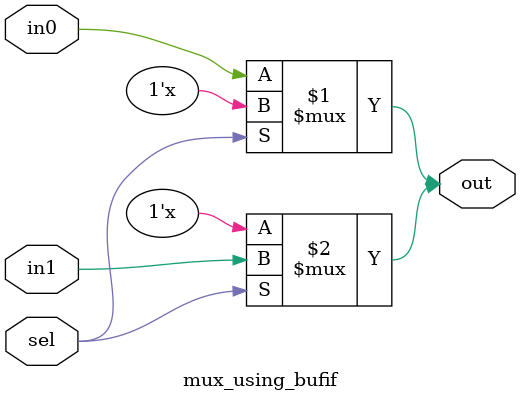
<source format=v>
module mux_using_bufif (
  
  input in0,in1,sel,
  output out);
  
  bufif0  b0(out,in0,sel);
  bufif1  b1(out,in1,sel);
  
endmodule
</source>
